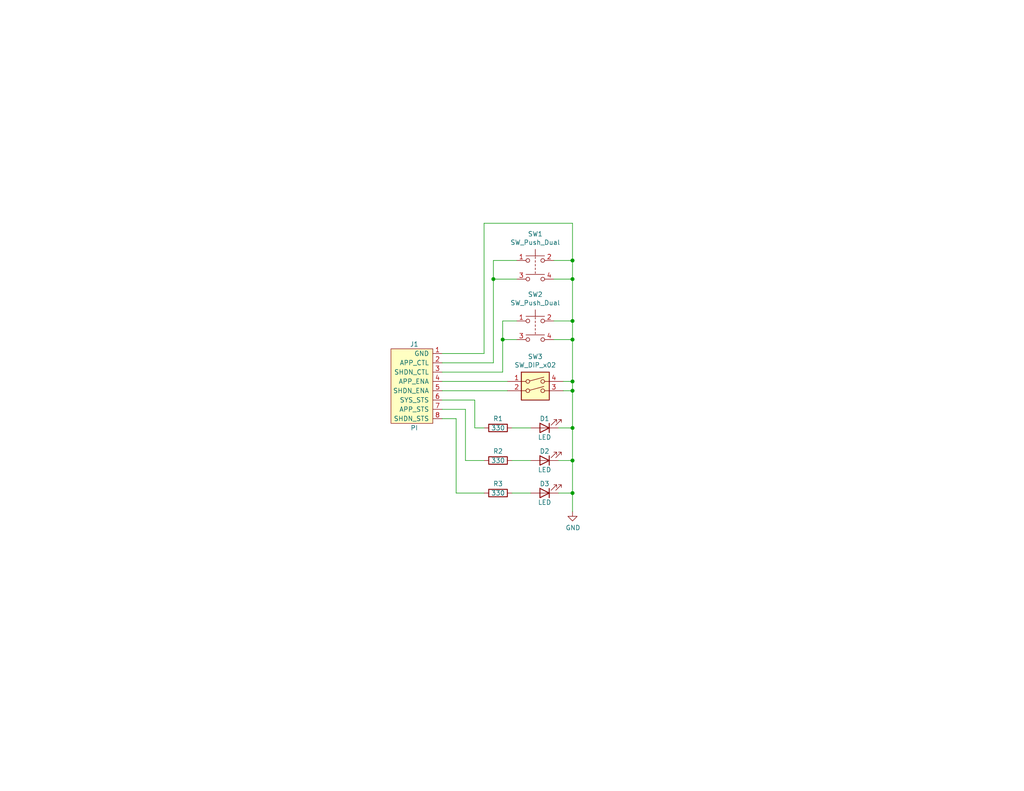
<source format=kicad_sch>
(kicad_sch (version 20211123) (generator eeschema)

  (uuid 53c85970-3e21-4fae-a84f-721cfc0513b5)

  (paper "USLetter")

  (title_block
    (title "Pi Control")
    (date "2022-02-14")
    (rev "1.0")
    (comment 1 "Switches and LED indicators for Raspberry Pi GPIOs")
  )

  (lib_symbols
    (symbol "Device:LED" (pin_numbers hide) (pin_names (offset 1.016) hide) (in_bom yes) (on_board yes)
      (property "Reference" "D" (id 0) (at 0 2.54 0)
        (effects (font (size 1.27 1.27)))
      )
      (property "Value" "LED" (id 1) (at 0 -2.54 0)
        (effects (font (size 1.27 1.27)))
      )
      (property "Footprint" "" (id 2) (at 0 0 0)
        (effects (font (size 1.27 1.27)) hide)
      )
      (property "Datasheet" "~" (id 3) (at 0 0 0)
        (effects (font (size 1.27 1.27)) hide)
      )
      (property "ki_keywords" "LED diode" (id 4) (at 0 0 0)
        (effects (font (size 1.27 1.27)) hide)
      )
      (property "ki_description" "Light emitting diode" (id 5) (at 0 0 0)
        (effects (font (size 1.27 1.27)) hide)
      )
      (property "ki_fp_filters" "LED* LED_SMD:* LED_THT:*" (id 6) (at 0 0 0)
        (effects (font (size 1.27 1.27)) hide)
      )
      (symbol "LED_0_1"
        (polyline
          (pts
            (xy -1.27 -1.27)
            (xy -1.27 1.27)
          )
          (stroke (width 0.254) (type default) (color 0 0 0 0))
          (fill (type none))
        )
        (polyline
          (pts
            (xy -1.27 0)
            (xy 1.27 0)
          )
          (stroke (width 0) (type default) (color 0 0 0 0))
          (fill (type none))
        )
        (polyline
          (pts
            (xy 1.27 -1.27)
            (xy 1.27 1.27)
            (xy -1.27 0)
            (xy 1.27 -1.27)
          )
          (stroke (width 0.254) (type default) (color 0 0 0 0))
          (fill (type none))
        )
        (polyline
          (pts
            (xy -3.048 -0.762)
            (xy -4.572 -2.286)
            (xy -3.81 -2.286)
            (xy -4.572 -2.286)
            (xy -4.572 -1.524)
          )
          (stroke (width 0) (type default) (color 0 0 0 0))
          (fill (type none))
        )
        (polyline
          (pts
            (xy -1.778 -0.762)
            (xy -3.302 -2.286)
            (xy -2.54 -2.286)
            (xy -3.302 -2.286)
            (xy -3.302 -1.524)
          )
          (stroke (width 0) (type default) (color 0 0 0 0))
          (fill (type none))
        )
      )
      (symbol "LED_1_1"
        (pin passive line (at -3.81 0 0) (length 2.54)
          (name "K" (effects (font (size 1.27 1.27))))
          (number "1" (effects (font (size 1.27 1.27))))
        )
        (pin passive line (at 3.81 0 180) (length 2.54)
          (name "A" (effects (font (size 1.27 1.27))))
          (number "2" (effects (font (size 1.27 1.27))))
        )
      )
    )
    (symbol "Device:R" (pin_numbers hide) (pin_names (offset 0)) (in_bom yes) (on_board yes)
      (property "Reference" "R" (id 0) (at 2.032 0 90)
        (effects (font (size 1.27 1.27)))
      )
      (property "Value" "R" (id 1) (at 0 0 90)
        (effects (font (size 1.27 1.27)))
      )
      (property "Footprint" "" (id 2) (at -1.778 0 90)
        (effects (font (size 1.27 1.27)) hide)
      )
      (property "Datasheet" "~" (id 3) (at 0 0 0)
        (effects (font (size 1.27 1.27)) hide)
      )
      (property "ki_keywords" "R res resistor" (id 4) (at 0 0 0)
        (effects (font (size 1.27 1.27)) hide)
      )
      (property "ki_description" "Resistor" (id 5) (at 0 0 0)
        (effects (font (size 1.27 1.27)) hide)
      )
      (property "ki_fp_filters" "R_*" (id 6) (at 0 0 0)
        (effects (font (size 1.27 1.27)) hide)
      )
      (symbol "R_0_1"
        (rectangle (start -1.016 -2.54) (end 1.016 2.54)
          (stroke (width 0.254) (type default) (color 0 0 0 0))
          (fill (type none))
        )
      )
      (symbol "R_1_1"
        (pin passive line (at 0 3.81 270) (length 1.27)
          (name "~" (effects (font (size 1.27 1.27))))
          (number "1" (effects (font (size 1.27 1.27))))
        )
        (pin passive line (at 0 -3.81 90) (length 1.27)
          (name "~" (effects (font (size 1.27 1.27))))
          (number "2" (effects (font (size 1.27 1.27))))
        )
      )
    )
    (symbol "Switch:SW_DIP_x02" (pin_names (offset 0) hide) (in_bom yes) (on_board yes)
      (property "Reference" "SW" (id 0) (at 0 6.35 0)
        (effects (font (size 1.27 1.27)))
      )
      (property "Value" "SW_DIP_x02" (id 1) (at 0 -3.81 0)
        (effects (font (size 1.27 1.27)))
      )
      (property "Footprint" "" (id 2) (at 0 0 0)
        (effects (font (size 1.27 1.27)) hide)
      )
      (property "Datasheet" "~" (id 3) (at 0 0 0)
        (effects (font (size 1.27 1.27)) hide)
      )
      (property "ki_keywords" "dip switch" (id 4) (at 0 0 0)
        (effects (font (size 1.27 1.27)) hide)
      )
      (property "ki_description" "2x DIP Switch, Single Pole Single Throw (SPST) switch, small symbol" (id 5) (at 0 0 0)
        (effects (font (size 1.27 1.27)) hide)
      )
      (property "ki_fp_filters" "SW?DIP?x2*" (id 6) (at 0 0 0)
        (effects (font (size 1.27 1.27)) hide)
      )
      (symbol "SW_DIP_x02_0_0"
        (circle (center -2.032 0) (radius 0.508)
          (stroke (width 0) (type default) (color 0 0 0 0))
          (fill (type none))
        )
        (circle (center -2.032 2.54) (radius 0.508)
          (stroke (width 0) (type default) (color 0 0 0 0))
          (fill (type none))
        )
        (polyline
          (pts
            (xy -1.524 0.127)
            (xy 2.3622 1.1684)
          )
          (stroke (width 0) (type default) (color 0 0 0 0))
          (fill (type none))
        )
        (polyline
          (pts
            (xy -1.524 2.667)
            (xy 2.3622 3.7084)
          )
          (stroke (width 0) (type default) (color 0 0 0 0))
          (fill (type none))
        )
        (circle (center 2.032 0) (radius 0.508)
          (stroke (width 0) (type default) (color 0 0 0 0))
          (fill (type none))
        )
        (circle (center 2.032 2.54) (radius 0.508)
          (stroke (width 0) (type default) (color 0 0 0 0))
          (fill (type none))
        )
      )
      (symbol "SW_DIP_x02_0_1"
        (rectangle (start -3.81 5.08) (end 3.81 -2.54)
          (stroke (width 0.254) (type default) (color 0 0 0 0))
          (fill (type background))
        )
      )
      (symbol "SW_DIP_x02_1_1"
        (pin passive line (at -7.62 2.54 0) (length 5.08)
          (name "~" (effects (font (size 1.27 1.27))))
          (number "1" (effects (font (size 1.27 1.27))))
        )
        (pin passive line (at -7.62 0 0) (length 5.08)
          (name "~" (effects (font (size 1.27 1.27))))
          (number "2" (effects (font (size 1.27 1.27))))
        )
        (pin passive line (at 7.62 0 180) (length 5.08)
          (name "~" (effects (font (size 1.27 1.27))))
          (number "3" (effects (font (size 1.27 1.27))))
        )
        (pin passive line (at 7.62 2.54 180) (length 5.08)
          (name "~" (effects (font (size 1.27 1.27))))
          (number "4" (effects (font (size 1.27 1.27))))
        )
      )
    )
    (symbol "Switch:SW_Push_Dual" (pin_names (offset 1.016) hide) (in_bom yes) (on_board yes)
      (property "Reference" "SW" (id 0) (at 1.27 2.54 0)
        (effects (font (size 1.27 1.27)) (justify left))
      )
      (property "Value" "SW_Push_Dual" (id 1) (at 0 -6.858 0)
        (effects (font (size 1.27 1.27)))
      )
      (property "Footprint" "" (id 2) (at 0 5.08 0)
        (effects (font (size 1.27 1.27)) hide)
      )
      (property "Datasheet" "~" (id 3) (at 0 5.08 0)
        (effects (font (size 1.27 1.27)) hide)
      )
      (property "ki_keywords" "switch normally-open pushbutton push-button" (id 4) (at 0 0 0)
        (effects (font (size 1.27 1.27)) hide)
      )
      (property "ki_description" "Push button switch, generic, symbol, four pins" (id 5) (at 0 0 0)
        (effects (font (size 1.27 1.27)) hide)
      )
      (symbol "SW_Push_Dual_0_1"
        (circle (center -2.032 -5.08) (radius 0.508)
          (stroke (width 0) (type default) (color 0 0 0 0))
          (fill (type none))
        )
        (circle (center -2.032 0) (radius 0.508)
          (stroke (width 0) (type default) (color 0 0 0 0))
          (fill (type none))
        )
        (polyline
          (pts
            (xy 0 -3.048)
            (xy 0 -3.556)
          )
          (stroke (width 0) (type default) (color 0 0 0 0))
          (fill (type none))
        )
        (polyline
          (pts
            (xy 0 -2.032)
            (xy 0 -2.54)
          )
          (stroke (width 0) (type default) (color 0 0 0 0))
          (fill (type none))
        )
        (polyline
          (pts
            (xy 0 -1.524)
            (xy 0 -1.016)
          )
          (stroke (width 0) (type default) (color 0 0 0 0))
          (fill (type none))
        )
        (polyline
          (pts
            (xy 0 -0.508)
            (xy 0 0)
          )
          (stroke (width 0) (type default) (color 0 0 0 0))
          (fill (type none))
        )
        (polyline
          (pts
            (xy 0 0.508)
            (xy 0 1.016)
          )
          (stroke (width 0) (type default) (color 0 0 0 0))
          (fill (type none))
        )
        (polyline
          (pts
            (xy 0 1.27)
            (xy 0 3.048)
          )
          (stroke (width 0) (type default) (color 0 0 0 0))
          (fill (type none))
        )
        (polyline
          (pts
            (xy 2.54 -3.81)
            (xy -2.54 -3.81)
          )
          (stroke (width 0) (type default) (color 0 0 0 0))
          (fill (type none))
        )
        (polyline
          (pts
            (xy 2.54 1.27)
            (xy -2.54 1.27)
          )
          (stroke (width 0) (type default) (color 0 0 0 0))
          (fill (type none))
        )
        (circle (center 2.032 -5.08) (radius 0.508)
          (stroke (width 0) (type default) (color 0 0 0 0))
          (fill (type none))
        )
        (circle (center 2.032 0) (radius 0.508)
          (stroke (width 0) (type default) (color 0 0 0 0))
          (fill (type none))
        )
        (pin passive line (at -5.08 0 0) (length 2.54)
          (name "1" (effects (font (size 1.27 1.27))))
          (number "1" (effects (font (size 1.27 1.27))))
        )
        (pin passive line (at 5.08 0 180) (length 2.54)
          (name "2" (effects (font (size 1.27 1.27))))
          (number "2" (effects (font (size 1.27 1.27))))
        )
        (pin passive line (at -5.08 -5.08 0) (length 2.54)
          (name "3" (effects (font (size 1.27 1.27))))
          (number "3" (effects (font (size 1.27 1.27))))
        )
        (pin passive line (at 5.08 -5.08 180) (length 2.54)
          (name "4" (effects (font (size 1.27 1.27))))
          (number "4" (effects (font (size 1.27 1.27))))
        )
      )
    )
    (symbol "power:GND" (power) (pin_names (offset 0)) (in_bom yes) (on_board yes)
      (property "Reference" "#PWR" (id 0) (at 0 -6.35 0)
        (effects (font (size 1.27 1.27)) hide)
      )
      (property "Value" "GND" (id 1) (at 0 -3.81 0)
        (effects (font (size 1.27 1.27)))
      )
      (property "Footprint" "" (id 2) (at 0 0 0)
        (effects (font (size 1.27 1.27)) hide)
      )
      (property "Datasheet" "" (id 3) (at 0 0 0)
        (effects (font (size 1.27 1.27)) hide)
      )
      (property "ki_keywords" "power-flag" (id 4) (at 0 0 0)
        (effects (font (size 1.27 1.27)) hide)
      )
      (property "ki_description" "Power symbol creates a global label with name \"GND\" , ground" (id 5) (at 0 0 0)
        (effects (font (size 1.27 1.27)) hide)
      )
      (symbol "GND_0_1"
        (polyline
          (pts
            (xy 0 0)
            (xy 0 -1.27)
            (xy 1.27 -1.27)
            (xy 0 -2.54)
            (xy -1.27 -1.27)
            (xy 0 -1.27)
          )
          (stroke (width 0) (type default) (color 0 0 0 0))
          (fill (type none))
        )
      )
      (symbol "GND_1_1"
        (pin power_in line (at 0 0 270) (length 0) hide
          (name "GND" (effects (font (size 1.27 1.27))))
          (number "1" (effects (font (size 1.27 1.27))))
        )
      )
    )
    (symbol "project:PI" (pin_names (offset 1.016)) (in_bom yes) (on_board yes)
      (property "Reference" "J" (id 0) (at -5.08 11.43 0)
        (effects (font (size 1.27 1.27)))
      )
      (property "Value" "PI" (id 1) (at -5.08 -11.43 0)
        (effects (font (size 1.27 1.27)))
      )
      (property "Footprint" "" (id 2) (at 0 0 0)
        (effects (font (size 1.27 1.27)) hide)
      )
      (property "Datasheet" "" (id 3) (at 0 0 0)
        (effects (font (size 1.27 1.27)) hide)
      )
      (symbol "PI_0_1"
        (rectangle (start 0 10.16) (end -11.43 -10.16)
          (stroke (width 0.1524) (type default) (color 0 0 0 0))
          (fill (type background))
        )
      )
      (symbol "PI_1_1"
        (pin passive line (at 2.54 8.89 180) (length 2.54)
          (name "GND" (effects (font (size 1.27 1.27))))
          (number "1" (effects (font (size 1.27 1.27))))
        )
        (pin passive line (at 2.54 6.35 180) (length 2.54)
          (name "APP_CTL" (effects (font (size 1.27 1.27))))
          (number "2" (effects (font (size 1.27 1.27))))
        )
        (pin passive line (at 2.54 3.81 180) (length 2.54)
          (name "SHDN_CTL" (effects (font (size 1.27 1.27))))
          (number "3" (effects (font (size 1.27 1.27))))
        )
        (pin passive line (at 2.54 1.27 180) (length 2.54)
          (name "APP_ENA" (effects (font (size 1.27 1.27))))
          (number "4" (effects (font (size 1.27 1.27))))
        )
        (pin passive line (at 2.54 -1.27 180) (length 2.54)
          (name "SHDN_ENA" (effects (font (size 1.27 1.27))))
          (number "5" (effects (font (size 1.27 1.27))))
        )
        (pin output line (at 2.54 -3.81 180) (length 2.54)
          (name "SYS_STS" (effects (font (size 1.27 1.27))))
          (number "6" (effects (font (size 1.27 1.27))))
        )
        (pin output line (at 2.54 -6.35 180) (length 2.54)
          (name "APP_STS" (effects (font (size 1.27 1.27))))
          (number "7" (effects (font (size 1.27 1.27))))
        )
        (pin output line (at 2.54 -8.89 180) (length 2.54)
          (name "SHDN_STS" (effects (font (size 1.27 1.27))))
          (number "8" (effects (font (size 1.27 1.27))))
        )
      )
    )
  )

  (junction (at 156.21 104.14) (diameter 0) (color 0 0 0 0)
    (uuid 0088d107-13d8-496c-8da6-7bbeb9d096b0)
  )
  (junction (at 156.21 116.84) (diameter 0) (color 0 0 0 0)
    (uuid 10109f84-4940-47f8-8640-91f185ac9bc1)
  )
  (junction (at 156.21 134.62) (diameter 0) (color 0 0 0 0)
    (uuid 30f15357-ce1d-48b9-93dc-7d9b1b2aa048)
  )
  (junction (at 156.21 92.71) (diameter 0) (color 0 0 0 0)
    (uuid 3f5fe6b7-98fc-4d3e-9567-f9f7202d1455)
  )
  (junction (at 156.21 71.12) (diameter 0) (color 0 0 0 0)
    (uuid 6e105729-aba0-497c-a99e-c32d2b3ddb6d)
  )
  (junction (at 134.62 76.2) (diameter 0) (color 0 0 0 0)
    (uuid a05d7640-f2f6-4ba7-8c51-5a4af431fc13)
  )
  (junction (at 156.21 87.63) (diameter 0) (color 0 0 0 0)
    (uuid afb8e687-4a13-41a1-b8c0-89a749e897fe)
  )
  (junction (at 156.21 125.73) (diameter 0) (color 0 0 0 0)
    (uuid e8314017-7be6-4011-9179-37449a29b311)
  )
  (junction (at 156.21 76.2) (diameter 0) (color 0 0 0 0)
    (uuid e9bb29b2-2bb9-4ea2-acd9-2bb3ca677a12)
  )
  (junction (at 156.21 106.68) (diameter 0) (color 0 0 0 0)
    (uuid f1830a1b-f0cc-47ae-a2c9-679c82032f14)
  )
  (junction (at 137.16 92.71) (diameter 0) (color 0 0 0 0)
    (uuid f3490fa5-5a27-423b-af60-53609669542c)
  )

  (wire (pts (xy 139.7 134.62) (xy 144.78 134.62))
    (stroke (width 0) (type default) (color 0 0 0 0))
    (uuid 0147f16a-c952-4891-8f53-a9fb8cddeb8d)
  )
  (wire (pts (xy 137.16 92.71) (xy 140.97 92.71))
    (stroke (width 0) (type default) (color 0 0 0 0))
    (uuid 0a3cc030-c9dd-4d74-9d50-715ed2b361a2)
  )
  (wire (pts (xy 134.62 76.2) (xy 134.62 71.12))
    (stroke (width 0) (type default) (color 0 0 0 0))
    (uuid 13abf99d-5265-4779-8973-e94370fd18ff)
  )
  (wire (pts (xy 120.65 101.6) (xy 137.16 101.6))
    (stroke (width 0) (type default) (color 0 0 0 0))
    (uuid 15875808-74d5-4210-b8ca-aa8fbc04ae21)
  )
  (wire (pts (xy 120.65 99.06) (xy 134.62 99.06))
    (stroke (width 0) (type default) (color 0 0 0 0))
    (uuid 1860e030-7a36-4298-b7fc-a16d48ab15ba)
  )
  (wire (pts (xy 151.13 76.2) (xy 156.21 76.2))
    (stroke (width 0) (type default) (color 0 0 0 0))
    (uuid 23bb2798-d93a-4696-a962-c305c4298a0c)
  )
  (wire (pts (xy 134.62 76.2) (xy 140.97 76.2))
    (stroke (width 0) (type default) (color 0 0 0 0))
    (uuid 32667662-ae86-4904-b198-3e95f11851bf)
  )
  (wire (pts (xy 134.62 99.06) (xy 134.62 76.2))
    (stroke (width 0) (type default) (color 0 0 0 0))
    (uuid 3dcc657b-55a1-48e0-9667-e01e7b6b08b5)
  )
  (wire (pts (xy 153.67 106.68) (xy 156.21 106.68))
    (stroke (width 0) (type default) (color 0 0 0 0))
    (uuid 417f13e4-c121-485a-a6b5-8b55e70350b8)
  )
  (wire (pts (xy 124.46 134.62) (xy 124.46 114.3))
    (stroke (width 0) (type default) (color 0 0 0 0))
    (uuid 44d8279a-9cd1-4db6-856f-0363131605fc)
  )
  (wire (pts (xy 132.08 60.96) (xy 156.21 60.96))
    (stroke (width 0) (type default) (color 0 0 0 0))
    (uuid 46918595-4a45-48e8-84c0-961b4db7f35f)
  )
  (wire (pts (xy 129.54 109.22) (xy 120.65 109.22))
    (stroke (width 0) (type default) (color 0 0 0 0))
    (uuid 47baf4b1-0938-497d-88f9-671136aa8be7)
  )
  (wire (pts (xy 127 111.76) (xy 120.65 111.76))
    (stroke (width 0) (type default) (color 0 0 0 0))
    (uuid 4fb02e58-160a-4a39-9f22-d0c75e82ee72)
  )
  (wire (pts (xy 156.21 116.84) (xy 156.21 125.73))
    (stroke (width 0) (type default) (color 0 0 0 0))
    (uuid 55e740a3-0735-4744-896e-2bf5437093b9)
  )
  (wire (pts (xy 156.21 92.71) (xy 156.21 104.14))
    (stroke (width 0) (type default) (color 0 0 0 0))
    (uuid 5cbb5968-dbb5-4b84-864a-ead1cacf75b9)
  )
  (wire (pts (xy 151.13 92.71) (xy 156.21 92.71))
    (stroke (width 0) (type default) (color 0 0 0 0))
    (uuid 62c076a3-d618-44a2-9042-9a08b3576787)
  )
  (wire (pts (xy 134.62 71.12) (xy 140.97 71.12))
    (stroke (width 0) (type default) (color 0 0 0 0))
    (uuid 67f6e996-3c99-493c-8f6f-e739e2ed5d7a)
  )
  (wire (pts (xy 139.7 125.73) (xy 144.78 125.73))
    (stroke (width 0) (type default) (color 0 0 0 0))
    (uuid 6a44418c-7bb4-4e99-8836-57f153c19721)
  )
  (wire (pts (xy 156.21 104.14) (xy 153.67 104.14))
    (stroke (width 0) (type default) (color 0 0 0 0))
    (uuid 6a780180-586a-4241-a52d-dc7a5ffcc966)
  )
  (wire (pts (xy 152.4 125.73) (xy 156.21 125.73))
    (stroke (width 0) (type default) (color 0 0 0 0))
    (uuid 6a955fc7-39d9-4c75-9a69-676ca8c0b9b2)
  )
  (wire (pts (xy 156.21 106.68) (xy 156.21 116.84))
    (stroke (width 0) (type default) (color 0 0 0 0))
    (uuid 71c31975-2c45-4d18-a25a-18e07a55d11e)
  )
  (wire (pts (xy 152.4 116.84) (xy 156.21 116.84))
    (stroke (width 0) (type default) (color 0 0 0 0))
    (uuid 746ba970-8279-4e7b-aed3-f28687777c21)
  )
  (wire (pts (xy 132.08 125.73) (xy 127 125.73))
    (stroke (width 0) (type default) (color 0 0 0 0))
    (uuid 77ed3941-d133-4aef-a9af-5a39322d14eb)
  )
  (wire (pts (xy 156.21 76.2) (xy 156.21 71.12))
    (stroke (width 0) (type default) (color 0 0 0 0))
    (uuid 78cbdd6c-4878-4cc5-9a58-0e506478e37d)
  )
  (wire (pts (xy 137.16 92.71) (xy 137.16 87.63))
    (stroke (width 0) (type default) (color 0 0 0 0))
    (uuid 8322f275-268c-4e87-a69f-4cfbf05e747f)
  )
  (wire (pts (xy 156.21 71.12) (xy 156.21 60.96))
    (stroke (width 0) (type default) (color 0 0 0 0))
    (uuid 94c158d1-8503-4553-b511-bf42f506c2a8)
  )
  (wire (pts (xy 151.13 87.63) (xy 156.21 87.63))
    (stroke (width 0) (type default) (color 0 0 0 0))
    (uuid 983c426c-24e0-4c65-ab69-1f1824adc5c6)
  )
  (wire (pts (xy 151.13 71.12) (xy 156.21 71.12))
    (stroke (width 0) (type default) (color 0 0 0 0))
    (uuid 9ccf03e8-755a-4cd9-96fc-30e1d08fa253)
  )
  (wire (pts (xy 120.65 106.68) (xy 138.43 106.68))
    (stroke (width 0) (type default) (color 0 0 0 0))
    (uuid 9dab0cb7-2557-4419-963b-5ae736517f62)
  )
  (wire (pts (xy 120.65 96.52) (xy 132.08 96.52))
    (stroke (width 0) (type default) (color 0 0 0 0))
    (uuid a7520ad3-0f8b-4788-92d4-8ffb277041e6)
  )
  (wire (pts (xy 132.08 96.52) (xy 132.08 60.96))
    (stroke (width 0) (type default) (color 0 0 0 0))
    (uuid a795f1ba-cdd5-4cc5-9a52-08586e982934)
  )
  (wire (pts (xy 139.7 116.84) (xy 144.78 116.84))
    (stroke (width 0) (type default) (color 0 0 0 0))
    (uuid aa02e544-13f5-4cf8-a5f4-3e6cda006090)
  )
  (wire (pts (xy 137.16 87.63) (xy 140.97 87.63))
    (stroke (width 0) (type default) (color 0 0 0 0))
    (uuid b6270a28-e0d9-4655-a18a-03dbf007b940)
  )
  (wire (pts (xy 156.21 134.62) (xy 152.4 134.62))
    (stroke (width 0) (type default) (color 0 0 0 0))
    (uuid bb7f0588-d4d8-44bf-9ebf-3c533fe4d6ae)
  )
  (wire (pts (xy 129.54 116.84) (xy 129.54 109.22))
    (stroke (width 0) (type default) (color 0 0 0 0))
    (uuid c022004a-c968-410e-b59e-fbab0e561e9d)
  )
  (wire (pts (xy 156.21 87.63) (xy 156.21 76.2))
    (stroke (width 0) (type default) (color 0 0 0 0))
    (uuid c1d83899-e380-49f9-a87d-8e78bc089ebf)
  )
  (wire (pts (xy 156.21 106.68) (xy 156.21 104.14))
    (stroke (width 0) (type default) (color 0 0 0 0))
    (uuid c201e1b2-fc01-4110-bdaa-a33290468c83)
  )
  (wire (pts (xy 156.21 134.62) (xy 156.21 139.7))
    (stroke (width 0) (type default) (color 0 0 0 0))
    (uuid d8603679-3e7b-4337-8dbc-1827f5f54d8a)
  )
  (wire (pts (xy 156.21 92.71) (xy 156.21 87.63))
    (stroke (width 0) (type default) (color 0 0 0 0))
    (uuid da469d11-a8a4-414b-9449-d151eeaf4853)
  )
  (wire (pts (xy 137.16 101.6) (xy 137.16 92.71))
    (stroke (width 0) (type default) (color 0 0 0 0))
    (uuid dd00c2e1-6027-4717-b312-4fab3ee52002)
  )
  (wire (pts (xy 156.21 125.73) (xy 156.21 134.62))
    (stroke (width 0) (type default) (color 0 0 0 0))
    (uuid e10b5627-3247-4c86-b9f6-ef474ca11543)
  )
  (wire (pts (xy 120.65 104.14) (xy 138.43 104.14))
    (stroke (width 0) (type default) (color 0 0 0 0))
    (uuid e12e827e-36be-4503-8eef-6fc7e8bc5d49)
  )
  (wire (pts (xy 127 125.73) (xy 127 111.76))
    (stroke (width 0) (type default) (color 0 0 0 0))
    (uuid e615f7aa-337e-474d-9615-2ad82b1c44ca)
  )
  (wire (pts (xy 124.46 114.3) (xy 120.65 114.3))
    (stroke (width 0) (type default) (color 0 0 0 0))
    (uuid eb667eea-300e-4ca7-8a6f-4b00de80cd45)
  )
  (wire (pts (xy 132.08 134.62) (xy 124.46 134.62))
    (stroke (width 0) (type default) (color 0 0 0 0))
    (uuid ef8fe2ac-6a7f-4682-9418-b801a1b10a3b)
  )
  (wire (pts (xy 132.08 116.84) (xy 129.54 116.84))
    (stroke (width 0) (type default) (color 0 0 0 0))
    (uuid f4f99e3d-7269-4f6a-a759-16ad2a258779)
  )

  (symbol (lib_id "project:PI") (at 118.11 105.41 0) (unit 1)
    (in_bom yes) (on_board yes)
    (uuid 00000000-0000-0000-0000-0000620aed8b)
    (property "Reference" "J1" (id 0) (at 113.03 93.98 0))
    (property "Value" "PI" (id 1) (at 113.03 116.84 0))
    (property "Footprint" "Connector_PinHeader_2.54mm:PinHeader_1x08_P2.54mm_Horizontal" (id 2) (at 118.11 105.41 0)
      (effects (font (size 1.27 1.27)) hide)
    )
    (property "Datasheet" "" (id 3) (at 118.11 105.41 0)
      (effects (font (size 1.27 1.27)) hide)
    )
    (pin "1" (uuid 24b64ffb-7853-4419-8940-26e5b893d875))
    (pin "2" (uuid a9cf954d-082c-4fa2-a8f7-0e8b82e95179))
    (pin "3" (uuid 6e1d1e59-1073-4fbf-923b-7b5d39d9ebe9))
    (pin "4" (uuid 5ac15b83-b069-4cce-8bdb-3acdaa5ff813))
    (pin "5" (uuid 4398047a-aead-4254-91ce-93fdcb72a4d5))
    (pin "6" (uuid 4da6845f-55b1-4c3f-852b-d9d811da09d6))
    (pin "7" (uuid 646eb608-8655-4892-b3d9-d0c69b132ad5))
    (pin "8" (uuid cc161f55-4b5e-43ea-8c1d-a14262541932))
  )

  (symbol (lib_id "Switch:SW_Push_Dual") (at 146.05 71.12 0) (unit 1)
    (in_bom yes) (on_board yes)
    (uuid 00000000-0000-0000-0000-0000620afb20)
    (property "Reference" "SW1" (id 0) (at 146.05 63.881 0))
    (property "Value" "SW_Push_Dual" (id 1) (at 146.05 66.1924 0))
    (property "Footprint" "Button_Switch_THT:SW_Tactile_Straight_KSA0Axx1LFTR" (id 2) (at 146.05 66.04 0)
      (effects (font (size 1.27 1.27)) hide)
    )
    (property "Datasheet" "~" (id 3) (at 146.05 66.04 0)
      (effects (font (size 1.27 1.27)) hide)
    )
    (pin "1" (uuid 8fa7f583-bdf9-41f1-bccf-e829f12287c2))
    (pin "2" (uuid 247aefbe-08fc-456d-8e00-246e541d8cde))
    (pin "3" (uuid 3ea45e28-aa10-4b97-8d16-c3155f0b65ec))
    (pin "4" (uuid 08af2bdd-3ae2-44a1-bf78-f2c6d296d24f))
  )

  (symbol (lib_id "Switch:SW_Push_Dual") (at 146.05 87.63 0) (unit 1)
    (in_bom yes) (on_board yes)
    (uuid 00000000-0000-0000-0000-0000620b06db)
    (property "Reference" "SW2" (id 0) (at 146.05 80.391 0))
    (property "Value" "SW_Push_Dual" (id 1) (at 146.05 82.7024 0))
    (property "Footprint" "Button_Switch_THT:SW_Tactile_Straight_KSA0Axx1LFTR" (id 2) (at 146.05 82.55 0)
      (effects (font (size 1.27 1.27)) hide)
    )
    (property "Datasheet" "~" (id 3) (at 146.05 82.55 0)
      (effects (font (size 1.27 1.27)) hide)
    )
    (pin "1" (uuid 7da06d20-f1a3-4734-882d-b0f76008d875))
    (pin "2" (uuid 9820123e-ee0b-406e-85c4-628830c0a33b))
    (pin "3" (uuid c85dd9d4-7971-4e17-9de5-aaae82c1527e))
    (pin "4" (uuid 2c836384-8c35-4409-aab3-e6686cc09701))
  )

  (symbol (lib_id "Switch:SW_DIP_x02") (at 146.05 106.68 0) (unit 1)
    (in_bom yes) (on_board yes)
    (uuid 00000000-0000-0000-0000-0000620b09bc)
    (property "Reference" "SW3" (id 0) (at 146.05 97.3582 0))
    (property "Value" "SW_DIP_x02" (id 1) (at 146.05 99.6696 0))
    (property "Footprint" "Button_Switch_THT:SW_DIP_SPSTx02_Piano_10.8x6.64mm_W7.62mm_P2.54mm" (id 2) (at 146.05 106.68 0)
      (effects (font (size 1.27 1.27)) hide)
    )
    (property "Datasheet" "~" (id 3) (at 146.05 106.68 0)
      (effects (font (size 1.27 1.27)) hide)
    )
    (pin "1" (uuid c6f97db1-bd9f-48f9-8319-b9c28cd9d415))
    (pin "2" (uuid 3b86d442-8c5d-4807-8aab-02327f630c9d))
    (pin "3" (uuid 6d2f15d7-c025-402c-96e1-7736d6cabfe1))
    (pin "4" (uuid f8e56cb8-9852-4c80-96d8-039933fcf4d7))
  )

  (symbol (lib_id "Device:R") (at 135.89 116.84 270) (unit 1)
    (in_bom yes) (on_board yes)
    (uuid 00000000-0000-0000-0000-0000620b7f04)
    (property "Reference" "R1" (id 0) (at 135.89 114.3 90))
    (property "Value" "330" (id 1) (at 135.89 116.84 90))
    (property "Footprint" "Resistor_THT:R_Axial_DIN0207_L6.3mm_D2.5mm_P7.62mm_Horizontal" (id 2) (at 135.89 115.062 90)
      (effects (font (size 1.27 1.27)) hide)
    )
    (property "Datasheet" "~" (id 3) (at 135.89 116.84 0)
      (effects (font (size 1.27 1.27)) hide)
    )
    (pin "1" (uuid 836826c5-a09c-468c-b76a-db846e15572a))
    (pin "2" (uuid 5585fa9d-3eb4-447c-9c93-821e905839b0))
  )

  (symbol (lib_id "Device:R") (at 135.89 125.73 270) (unit 1)
    (in_bom yes) (on_board yes)
    (uuid 00000000-0000-0000-0000-0000620b8b5b)
    (property "Reference" "R2" (id 0) (at 135.89 123.19 90))
    (property "Value" "330" (id 1) (at 135.89 125.73 90))
    (property "Footprint" "Resistor_THT:R_Axial_DIN0207_L6.3mm_D2.5mm_P7.62mm_Horizontal" (id 2) (at 135.89 123.952 90)
      (effects (font (size 1.27 1.27)) hide)
    )
    (property "Datasheet" "~" (id 3) (at 135.89 125.73 0)
      (effects (font (size 1.27 1.27)) hide)
    )
    (pin "1" (uuid c838ea15-8abf-4bf4-99ab-78070eea3ea3))
    (pin "2" (uuid 9487a4ce-5d90-457c-97cc-acac3e4ca1ef))
  )

  (symbol (lib_id "Device:R") (at 135.89 134.62 270) (unit 1)
    (in_bom yes) (on_board yes)
    (uuid 00000000-0000-0000-0000-0000620b93e9)
    (property "Reference" "R3" (id 0) (at 135.89 132.08 90))
    (property "Value" "330" (id 1) (at 135.89 134.62 90))
    (property "Footprint" "Resistor_THT:R_Axial_DIN0207_L6.3mm_D2.5mm_P7.62mm_Horizontal" (id 2) (at 135.89 132.842 90)
      (effects (font (size 1.27 1.27)) hide)
    )
    (property "Datasheet" "~" (id 3) (at 135.89 134.62 0)
      (effects (font (size 1.27 1.27)) hide)
    )
    (pin "1" (uuid 2f97629b-ca35-40e1-950a-976dc6d5099e))
    (pin "2" (uuid f7240be6-efd8-42d4-8f21-54861f1de715))
  )

  (symbol (lib_id "Device:LED") (at 148.59 116.84 180) (unit 1)
    (in_bom yes) (on_board yes)
    (uuid 00000000-0000-0000-0000-0000620bb502)
    (property "Reference" "D1" (id 0) (at 148.59 114.3 0))
    (property "Value" "LED" (id 1) (at 148.59 119.38 0))
    (property "Footprint" "LED_THT:LED_D5.0mm" (id 2) (at 148.59 116.84 0)
      (effects (font (size 1.27 1.27)) hide)
    )
    (property "Datasheet" "~" (id 3) (at 148.59 116.84 0)
      (effects (font (size 1.27 1.27)) hide)
    )
    (pin "1" (uuid 637192d4-5a93-41b5-8f14-061083ee2edb))
    (pin "2" (uuid 06e0b93c-e9e5-4588-a4a0-559b2b1e1170))
  )

  (symbol (lib_id "Device:LED") (at 148.59 125.73 180) (unit 1)
    (in_bom yes) (on_board yes)
    (uuid 00000000-0000-0000-0000-0000620bbaee)
    (property "Reference" "D2" (id 0) (at 148.59 123.19 0))
    (property "Value" "LED" (id 1) (at 148.59 128.27 0))
    (property "Footprint" "LED_THT:LED_D5.0mm" (id 2) (at 148.59 125.73 0)
      (effects (font (size 1.27 1.27)) hide)
    )
    (property "Datasheet" "~" (id 3) (at 148.59 125.73 0)
      (effects (font (size 1.27 1.27)) hide)
    )
    (pin "1" (uuid a54b186a-8d17-4a21-884a-5b526af7b72c))
    (pin "2" (uuid 48e774e8-9979-4515-a692-27f3ab686f23))
  )

  (symbol (lib_id "Device:LED") (at 148.59 134.62 180) (unit 1)
    (in_bom yes) (on_board yes)
    (uuid 00000000-0000-0000-0000-0000620bc760)
    (property "Reference" "D3" (id 0) (at 148.59 132.08 0))
    (property "Value" "LED" (id 1) (at 148.59 137.16 0))
    (property "Footprint" "LED_THT:LED_D5.0mm" (id 2) (at 148.59 134.62 0)
      (effects (font (size 1.27 1.27)) hide)
    )
    (property "Datasheet" "~" (id 3) (at 148.59 134.62 0)
      (effects (font (size 1.27 1.27)) hide)
    )
    (pin "1" (uuid b383c70b-9e1e-4a51-bee7-e095a1aeab9d))
    (pin "2" (uuid ea931a4d-76d2-4bcf-b528-246a5eba39cd))
  )

  (symbol (lib_id "power:GND") (at 156.21 139.7 0) (unit 1)
    (in_bom yes) (on_board yes)
    (uuid 00000000-0000-0000-0000-0000620e4a02)
    (property "Reference" "#PWR?" (id 0) (at 156.21 146.05 0)
      (effects (font (size 1.27 1.27)) hide)
    )
    (property "Value" "GND" (id 1) (at 156.337 144.0942 0))
    (property "Footprint" "" (id 2) (at 156.21 139.7 0)
      (effects (font (size 1.27 1.27)) hide)
    )
    (property "Datasheet" "" (id 3) (at 156.21 139.7 0)
      (effects (font (size 1.27 1.27)) hide)
    )
    (pin "1" (uuid ba3a3e4f-d4a5-47f8-af26-edcfc7202ede))
  )

  (sheet_instances
    (path "/" (page "1"))
  )

  (symbol_instances
    (path "/00000000-0000-0000-0000-0000620e4a02"
      (reference "#PWR?") (unit 1) (value "GND") (footprint "")
    )
    (path "/00000000-0000-0000-0000-0000620bb502"
      (reference "D1") (unit 1) (value "LED") (footprint "LED_THT:LED_D5.0mm")
    )
    (path "/00000000-0000-0000-0000-0000620bbaee"
      (reference "D2") (unit 1) (value "LED") (footprint "LED_THT:LED_D5.0mm")
    )
    (path "/00000000-0000-0000-0000-0000620bc760"
      (reference "D3") (unit 1) (value "LED") (footprint "LED_THT:LED_D5.0mm")
    )
    (path "/00000000-0000-0000-0000-0000620aed8b"
      (reference "J1") (unit 1) (value "PI") (footprint "Connector_PinHeader_2.54mm:PinHeader_1x08_P2.54mm_Horizontal")
    )
    (path "/00000000-0000-0000-0000-0000620b7f04"
      (reference "R1") (unit 1) (value "330") (footprint "Resistor_THT:R_Axial_DIN0207_L6.3mm_D2.5mm_P7.62mm_Horizontal")
    )
    (path "/00000000-0000-0000-0000-0000620b8b5b"
      (reference "R2") (unit 1) (value "330") (footprint "Resistor_THT:R_Axial_DIN0207_L6.3mm_D2.5mm_P7.62mm_Horizontal")
    )
    (path "/00000000-0000-0000-0000-0000620b93e9"
      (reference "R3") (unit 1) (value "330") (footprint "Resistor_THT:R_Axial_DIN0207_L6.3mm_D2.5mm_P7.62mm_Horizontal")
    )
    (path "/00000000-0000-0000-0000-0000620afb20"
      (reference "SW1") (unit 1) (value "SW_Push_Dual") (footprint "Button_Switch_THT:SW_Tactile_Straight_KSA0Axx1LFTR")
    )
    (path "/00000000-0000-0000-0000-0000620b06db"
      (reference "SW2") (unit 1) (value "SW_Push_Dual") (footprint "Button_Switch_THT:SW_Tactile_Straight_KSA0Axx1LFTR")
    )
    (path "/00000000-0000-0000-0000-0000620b09bc"
      (reference "SW3") (unit 1) (value "SW_DIP_x02") (footprint "Button_Switch_THT:SW_DIP_SPSTx02_Piano_10.8x6.64mm_W7.62mm_P2.54mm")
    )
  )
)

</source>
